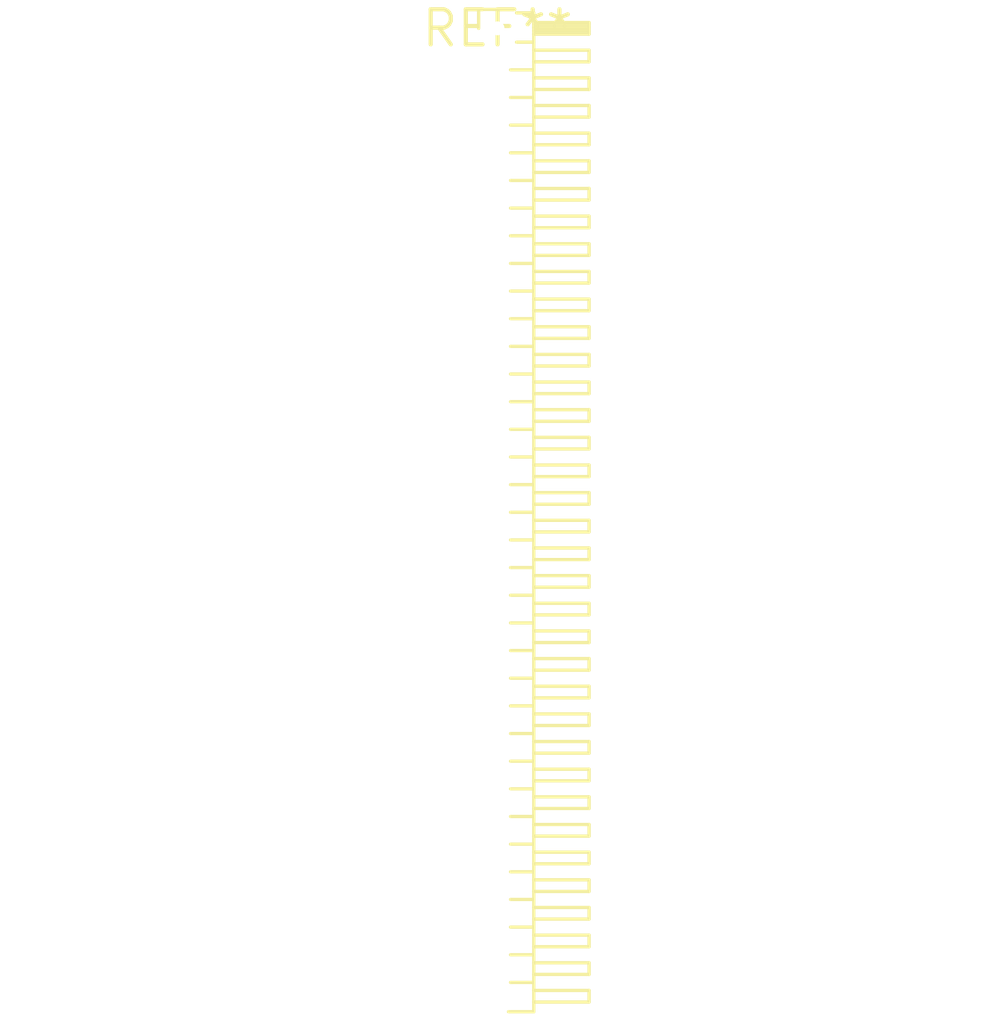
<source format=kicad_pcb>
(kicad_pcb (version 20240108) (generator pcbnew)
  (layers (0 "F.Cu" signal) (31 "B.Cu" signal) (34 "B.Paste" user) (35 "F.Paste" user) (36 "B.SilkS" user "B.Silkscreen") (37 "F.SilkS" user "F.Silkscreen") (38 "B.Mask" user) (39 "F.Mask" user) (44 "Edge.Cuts" user))
  (net 0 "")
  (footprint "PinHeader_1x36_P1.00mm_Horizontal" (layer "F.Cu") (at 0 0)
    (property "Reference" "REF**")
    (property "Value" "PinHeader_1x36_P1.00mm_Horizontal")
    (fp_line (start -0.685 -0.685) (end 0 -0.685) (layer "F.SilkS") (stroke (width 0.12)))
    (fp_line (start -0.685 0) (end -0.685 -0.685) (layer "F.SilkS") (stroke (width 0.12)))
    (fp_line (start 0.468215 1.5) (end 1.31 1.5) (layer "F.SilkS") (stroke (width 0.12)))
    (fp_line (start 0.468215 2.5) (end 1.31 2.5) (layer "F.SilkS") (stroke (width 0.12)))
    (fp_line (start 0.468215 3.5) (end 1.31 3.5) (layer "F.SilkS") (stroke (width 0.12)))
    (fp_line (start 0.468215 4.5) (end 1.31 4.5) (layer "F.SilkS") (stroke (width 0.12)))
    (fp_line (start 0.468215 5.5) (end 1.31 5.5) (layer "F.SilkS") (stroke (width 0.12)))
    (fp_line (start 0.468215 6.5) (end 1.31 6.5) (layer "F.SilkS") (stroke (width 0.12)))
    (fp_line (start 0.468215 7.5) (end 1.31 7.5) (layer "F.SilkS") (stroke (width 0.12)))
    (fp_line (start 0.468215 8.5) (end 1.31 8.5) (layer "F.SilkS") (stroke (width 0.12)))
    (fp_line (start 0.468215 9.5) (end 1.31 9.5) (layer "F.SilkS") (stroke (width 0.12)))
    (fp_line (start 0.468215 10.5) (end 1.31 10.5) (layer "F.SilkS") (stroke (width 0.12)))
    (fp_line (start 0.468215 11.5) (end 1.31 11.5) (layer "F.SilkS") (stroke (width 0.12)))
    (fp_line (start 0.468215 12.5) (end 1.31 12.5) (layer "F.SilkS") (stroke (width 0.12)))
    (fp_line (start 0.468215 13.5) (end 1.31 13.5) (layer "F.SilkS") (stroke (width 0.12)))
    (fp_line (start 0.468215 14.5) (end 1.31 14.5) (layer "F.SilkS") (stroke (width 0.12)))
    (fp_line (start 0.468215 15.5) (end 1.31 15.5) (layer "F.SilkS") (stroke (width 0.12)))
    (fp_line (start 0.468215 16.5) (end 1.31 16.5) (layer "F.SilkS") (stroke (width 0.12)))
    (fp_line (start 0.468215 17.5) (end 1.31 17.5) (layer "F.SilkS") (stroke (width 0.12)))
    (fp_line (start 0.468215 18.5) (end 1.31 18.5) (layer "F.SilkS") (stroke (width 0.12)))
    (fp_line (start 0.468215 19.5) (end 1.31 19.5) (layer "F.SilkS") (stroke (width 0.12)))
    (fp_line (start 0.468215 20.5) (end 1.31 20.5) (layer "F.SilkS") (stroke (width 0.12)))
    (fp_line (start 0.468215 21.5) (end 1.31 21.5) (layer "F.SilkS") (stroke (width 0.12)))
    (fp_line (start 0.468215 22.5) (end 1.31 22.5) (layer "F.SilkS") (stroke (width 0.12)))
    (fp_line (start 0.468215 23.5) (end 1.31 23.5) (layer "F.SilkS") (stroke (width 0.12)))
    (fp_line (start 0.468215 24.5) (end 1.31 24.5) (layer "F.SilkS") (stroke (width 0.12)))
    (fp_line (start 0.468215 25.5) (end 1.31 25.5) (layer "F.SilkS") (stroke (width 0.12)))
    (fp_line (start 0.468215 26.5) (end 1.31 26.5) (layer "F.SilkS") (stroke (width 0.12)))
    (fp_line (start 0.468215 27.5) (end 1.31 27.5) (layer "F.SilkS") (stroke (width 0.12)))
    (fp_line (start 0.468215 28.5) (end 1.31 28.5) (layer "F.SilkS") (stroke (width 0.12)))
    (fp_line (start 0.468215 29.5) (end 1.31 29.5) (layer "F.SilkS") (stroke (width 0.12)))
    (fp_line (start 0.468215 30.5) (end 1.31 30.5) (layer "F.SilkS") (stroke (width 0.12)))
    (fp_line (start 0.468215 31.5) (end 1.31 31.5) (layer "F.SilkS") (stroke (width 0.12)))
    (fp_line (start 0.468215 32.5) (end 1.31 32.5) (layer "F.SilkS") (stroke (width 0.12)))
    (fp_line (start 0.468215 33.5) (end 1.31 33.5) (layer "F.SilkS") (stroke (width 0.12)))
    (fp_line (start 0.468215 34.5) (end 1.31 34.5) (layer "F.SilkS") (stroke (width 0.12)))
    (fp_line (start 0.685 -0.56) (end 1.31 -0.56) (layer "F.SilkS") (stroke (width 0.12)))
    (fp_line (start 0.685 0.5) (end 1.31 0.5) (layer "F.SilkS") (stroke (width 0.12)))
    (fp_line (start 1.31 -0.56) (end 1.31 35.56) (layer "F.SilkS") (stroke (width 0.12)))
    (fp_line (start 1.31 -0.21) (end 3.31 -0.21) (layer "F.SilkS") (stroke (width 0.12)))
    (fp_line (start 1.31 -0.15) (end 3.31 -0.15) (layer "F.SilkS") (stroke (width 0.12)))
    (fp_line (start 1.31 -0.03) (end 3.31 -0.03) (layer "F.SilkS") (stroke (width 0.12)))
    (fp_line (start 1.31 0.09) (end 3.31 0.09) (layer "F.SilkS") (stroke (width 0.12)))
    (fp_line (start 1.31 0.79) (end 3.31 0.79) (layer "F.SilkS") (stroke (width 0.12)))
    (fp_line (start 1.31 1.79) (end 3.31 1.79) (layer "F.SilkS") (stroke (width 0.12)))
    (fp_line (start 1.31 2.79) (end 3.31 2.79) (layer "F.SilkS") (stroke (width 0.12)))
    (fp_line (start 1.31 3.79) (end 3.31 3.79) (layer "F.SilkS") (stroke (width 0.12)))
    (fp_line (start 1.31 4.79) (end 3.31 4.79) (layer "F.SilkS") (stroke (width 0.12)))
    (fp_line (start 1.31 5.79) (end 3.31 5.79) (layer "F.SilkS") (stroke (width 0.12)))
    (fp_line (start 1.31 6.79) (end 3.31 6.79) (layer "F.SilkS") (stroke (width 0.12)))
    (fp_line (start 1.31 7.79) (end 3.31 7.79) (layer "F.SilkS") (stroke (width 0.12)))
    (fp_line (start 1.31 8.79) (end 3.31 8.79) (layer "F.SilkS") (stroke (width 0.12)))
    (fp_line (start 1.31 9.79) (end 3.31 9.79) (layer "F.SilkS") (stroke (width 0.12)))
    (fp_line (start 1.31 10.79) (end 3.31 10.79) (layer "F.SilkS") (stroke (width 0.12)))
    (fp_line (start 1.31 11.79) (end 3.31 11.79) (layer "F.SilkS") (stroke (width 0.12)))
    (fp_line (start 1.31 12.79) (end 3.31 12.79) (layer "F.SilkS") (stroke (width 0.12)))
    (fp_line (start 1.31 13.79) (end 3.31 13.79) (layer "F.SilkS") (stroke (width 0.12)))
    (fp_line (start 1.31 14.79) (end 3.31 14.79) (layer "F.SilkS") (stroke (width 0.12)))
    (fp_line (start 1.31 15.79) (end 3.31 15.79) (layer "F.SilkS") (stroke (width 0.12)))
    (fp_line (start 1.31 16.79) (end 3.31 16.79) (layer "F.SilkS") (stroke (width 0.12)))
    (fp_line (start 1.31 17.79) (end 3.31 17.79) (layer "F.SilkS") (stroke (width 0.12)))
    (fp_line (start 1.31 18.79) (end 3.31 18.79) (layer "F.SilkS") (stroke (width 0.12)))
    (fp_line (start 1.31 19.79) (end 3.31 19.79) (layer "F.SilkS") (stroke (width 0.12)))
    (fp_line (start 1.31 20.79) (end 3.31 20.79) (layer "F.SilkS") (stroke (width 0.12)))
    (fp_line (start 1.31 21.79) (end 3.31 21.79) (layer "F.SilkS") (stroke (width 0.12)))
    (fp_line (start 1.31 22.79) (end 3.31 22.79) (layer "F.SilkS") (stroke (width 0.12)))
    (fp_line (start 1.31 23.79) (end 3.31 23.79) (layer "F.SilkS") (stroke (width 0.12)))
    (fp_line (start 1.31 24.79) (end 3.31 24.79) (layer "F.SilkS") (stroke (width 0.12)))
    (fp_line (start 1.31 25.79) (end 3.31 25.79) (layer "F.SilkS") (stroke (width 0.12)))
    (fp_line (start 1.31 26.79) (end 3.31 26.79) (layer "F.SilkS") (stroke (width 0.12)))
    (fp_line (start 1.31 27.79) (end 3.31 27.79) (layer "F.SilkS") (stroke (width 0.12)))
    (fp_line (start 1.31 28.79) (end 3.31 28.79) (layer "F.SilkS") (stroke (width 0.12)))
    (fp_line (start 1.31 29.79) (end 3.31 29.79) (layer "F.SilkS") (stroke (width 0.12)))
    (fp_line (start 1.31 30.79) (end 3.31 30.79) (layer "F.SilkS") (stroke (width 0.12)))
    (fp_line (start 1.31 31.79) (end 3.31 31.79) (layer "F.SilkS") (stroke (width 0.12)))
    (fp_line (start 1.31 32.79) (end 3.31 32.79) (layer "F.SilkS") (stroke (width 0.12)))
    (fp_line (start 1.31 33.79) (end 3.31 33.79) (layer "F.SilkS") (stroke (width 0.12)))
    (fp_line (start 1.31 34.79) (end 3.31 34.79) (layer "F.SilkS") (stroke (width 0.12)))
    (fp_line (start 1.31 35.56) (end 0.394493 35.56) (layer "F.SilkS") (stroke (width 0.12)))
    (fp_line (start 3.31 -0.21) (end 3.31 0.21) (layer "F.SilkS") (stroke (width 0.12)))
    (fp_line (start 3.31 0.21) (end 1.31 0.21) (layer "F.SilkS") (stroke (width 0.12)))
    (fp_line (start 3.31 0.79) (end 3.31 1.21) (layer "F.SilkS") (stroke (width 0.12)))
    (fp_line (start 3.31 1.21) (end 1.31 1.21) (layer "F.SilkS") (stroke (width 0.12)))
    (fp_line (start 3.31 1.79) (end 3.31 2.21) (layer "F.SilkS") (stroke (width 0.12)))
    (fp_line (start 3.31 2.21) (end 1.31 2.21) (layer "F.SilkS") (stroke (width 0.12)))
    (fp_line (start 3.31 2.79) (end 3.31 3.21) (layer "F.SilkS") (stroke (width 0.12)))
    (fp_line (start 3.31 3.21) (end 1.31 3.21) (layer "F.SilkS") (stroke (width 0.12)))
    (fp_line (start 3.31 3.79) (end 3.31 4.21) (layer "F.SilkS") (stroke (width 0.12)))
    (fp_line (start 3.31 4.21) (end 1.31 4.21) (layer "F.SilkS") (stroke (width 0.12)))
    (fp_line (start 3.31 4.79) (end 3.31 5.21) (layer "F.SilkS") (stroke (width 0.12)))
    (fp_line (start 3.31 5.21) (end 1.31 5.21) (layer "F.SilkS") (stroke (width 0.12)))
    (fp_line (start 3.31 5.79) (end 3.31 6.21) (layer "F.SilkS") (stroke (width 0.12)))
    (fp_line (start 3.31 6.21) (end 1.31 6.21) (layer "F.SilkS") (stroke (width 0.12)))
    (fp_line (start 3.31 6.79) (end 3.31 7.21) (layer "F.SilkS") (stroke (width 0.12)))
    (fp_line (start 3.31 7.21) (end 1.31 7.21) (layer "F.SilkS") (stroke (width 0.12)))
    (fp_line (start 3.31 7.79) (end 3.31 8.21) (layer "F.SilkS") (stroke (width 0.12)))
    (fp_line (start 3.31 8.21) (end 1.31 8.21) (layer "F.SilkS") (stroke (width 0.12)))
    (fp_line (start 3.31 8.79) (end 3.31 9.21) (layer "F.SilkS") (stroke (width 0.12)))
    (fp_line (start 3.31 9.21) (end 1.31 9.21) (layer "F.SilkS") (stroke (width 0.12)))
    (fp_line (start 3.31 9.79) (end 3.31 10.21) (layer "F.SilkS") (stroke (width 0.12)))
    (fp_line (start 3.31 10.21) (end 1.31 10.21) (layer "F.SilkS") (stroke (width 0.12)))
    (fp_line (start 3.31 10.79) (end 3.31 11.21) (layer "F.SilkS") (stroke (width 0.12)))
    (fp_line (start 3.31 11.21) (end 1.31 11.21) (layer "F.SilkS") (stroke (width 0.12)))
    (fp_line (start 3.31 11.79) (end 3.31 12.21) (layer "F.SilkS") (stroke (width 0.12)))
    (fp_line (start 3.31 12.21) (end 1.31 12.21) (layer "F.SilkS") (stroke (width 0.12)))
    (fp_line (start 3.31 12.79) (end 3.31 13.21) (layer "F.SilkS") (stroke (width 0.12)))
    (fp_line (start 3.31 13.21) (end 1.31 13.21) (layer "F.SilkS") (stroke (width 0.12)))
    (fp_line (start 3.31 13.79) (end 3.31 14.21) (layer "F.SilkS") (stroke (width 0.12)))
    (fp_line (start 3.31 14.21) (end 1.31 14.21) (layer "F.SilkS") (stroke (width 0.12)))
    (fp_line (start 3.31 14.79) (end 3.31 15.21) (layer "F.SilkS") (stroke (width 0.12)))
    (fp_line (start 3.31 15.21) (end 1.31 15.21) (layer "F.SilkS") (stroke (width 0.12)))
    (fp_line (start 3.31 15.79) (end 3.31 16.21) (layer "F.SilkS") (stroke (width 0.12)))
    (fp_line (start 3.31 16.21) (end 1.31 16.21) (layer "F.SilkS") (stroke (width 0.12)))
    (fp_line (start 3.31 16.79) (end 3.31 17.21) (layer "F.SilkS") (stroke (width 0.12)))
    (fp_line (start 3.31 17.21) (end 1.31 17.21) (layer "F.SilkS") (stroke (width 0.12)))
    (fp_line (start 3.31 17.79) (end 3.31 18.21) (layer "F.SilkS") (stroke (width 0.12)))
    (fp_line (start 3.31 18.21) (end 1.31 18.21) (layer "F.SilkS") (stroke (width 0.12)))
    (fp_line (start 3.31 18.79) (end 3.31 19.21) (layer "F.SilkS") (stroke (width 0.12)))
    (fp_line (start 3.31 19.21) (end 1.31 19.21) (layer "F.SilkS") (stroke (width 0.12)))
    (fp_line (start 3.31 19.79) (end 3.31 20.21) (layer "F.SilkS") (stroke (width 0.12)))
    (fp_line (start 3.31 20.21) (end 1.31 20.21) (layer "F.SilkS") (stroke (width 0.12)))
    (fp_line (start 3.31 20.79) (end 3.31 21.21) (layer "F.SilkS") (stroke (width 0.12)))
    (fp_line (start 3.31 21.21) (end 1.31 21.21) (layer "F.SilkS") (stroke (width 0.12)))
    (fp_line (start 3.31 21.79) (end 3.31 22.21) (layer "F.SilkS") (stroke (width 0.12)))
    (fp_line (start 3.31 22.21) (end 1.31 22.21) (layer "F.SilkS") (stroke (width 0.12)))
    (fp_line (start 3.31 22.79) (end 3.31 23.21) (layer "F.SilkS") (stroke (width 0.12)))
    (fp_line (start 3.31 23.21) (end 1.31 23.21) (layer "F.SilkS") (stroke (width 0.12)))
    (fp_line (start 3.31 23.79) (end 3.31 24.21) (layer "F.SilkS") (stroke (width 0.12)))
    (fp_line (start 3.31 24.21) (end 1.31 24.21) (layer "F.SilkS") (stroke (width 0.12)))
    (fp_line (start 3.31 24.79) (end 3.31 25.21) (layer "F.SilkS") (stroke (width 0.12)))
    (fp_line (start 3.31 25.21) (end 1.31 25.21) (layer "F.SilkS") (stroke (width 0.12)))
    (fp_line (start 3.31 25.79) (end 3.31 26.21) (layer "F.SilkS") (stroke (width 0.12)))
    (fp_line (start 3.31 26.21) (end 1.31 26.21) (layer "F.SilkS") (stroke (width 0.12)))
    (fp_line (start 3.31 26.79) (end 3.31 27.21) (layer "F.SilkS") (stroke (width 0.12)))
    (fp_line (start 3.31 27.21) (end 1.31 27.21) (layer "F.SilkS") (stroke (width 0.12)))
    (fp_line (start 3.31 27.79) (end 3.31 28.21) (layer "F.SilkS") (stroke (width 0.12)))
    (fp_line (start 3.31 28.21) (end 1.31 28.21) (layer "F.SilkS") (stroke (width 0.12)))
    (fp_line (start 3.31 28.79) (end 3.31 29.21) (layer "F.SilkS") (stroke (width 0.12)))
    (fp_line (start 3.31 29.21) (end 1.31 29.21) (layer "F.SilkS") (stroke (width 0.12)))
    (fp_line (start 3.31 29.79) (end 3.31 30.21) (layer "F.SilkS") (stroke (width 0.12)))
    (fp_line (start 3.31 30.21) (end 1.31 30.21) (layer "F.SilkS") (stroke (width 0.12)))
    (fp_line (start 3.31 30.79) (end 3.31 31.21) (layer "F.SilkS") (stroke (width 0.12)))
    (fp_line (start 3.31 31.21) (end 1.31 31.21) (layer "F.SilkS") (stroke (width 0.12)))
    (fp_line (start 3.31 31.79) (end 3.31 32.21) (layer "F.SilkS") (stroke (width 0.12)))
    (fp_line (start 3.31 32.21) (end 1.31 32.21) (layer "F.SilkS") (stroke (width 0.12)))
    (fp_line (start 3.31 32.79) (end 3.31 33.21) (layer "F.SilkS") (stroke (width 0.12)))
    (fp_line (start 3.31 33.21) (end 1.31 33.21) (layer "F.SilkS") (stroke (width 0.12)))
    (fp_line (start 3.31 33.79) (end 3.31 34.21) (layer "F.SilkS") (stroke (width 0.12)))
    (fp_line (start 3.31 34.21) (end 1.31 34.21) (layer "F.SilkS") (stroke (width 0.12)))
    (fp_line (start 3.31 34.79) (end 3.31 35.21) (layer "F.SilkS") (stroke (width 0.12)))
    (fp_line (start 3.31 35.21) (end 1.31 35.21) (layer "F.SilkS") (stroke (width 0.12)))
    (pad "1" thru_hole rect (at 0 0) (size 0.85 0.85) (drill 0.5) (layers *.Cu *.Mask) (remove_unused_layers))
    (pad "2" thru_hole oval (at 0 1) (size 0.85 0.85) (drill 0.5) (layers *.Cu *.Mask) (remove_unused_layers))
    (pad "3" thru_hole oval (at 0 2) (size 0.85 0.85) (drill 0.5) (layers *.Cu *.Mask) (remove_unused_layers))
    (pad "4" thru_hole oval (at 0 3) (size 0.85 0.85) (drill 0.5) (layers *.Cu *.Mask) (remove_unused_layers))
    (pad "5" thru_hole oval (at 0 4) (size 0.85 0.85) (drill 0.5) (layers *.Cu *.Mask) (remove_unused_layers))
    (pad "6" thru_hole oval (at 0 5) (size 0.85 0.85) (drill 0.5) (layers *.Cu *.Mask) (remove_unused_layers))
    (pad "7" thru_hole oval (at 0 6) (size 0.85 0.85) (drill 0.5) (layers *.Cu *.Mask) (remove_unused_layers))
    (pad "8" thru_hole oval (at 0 7) (size 0.85 0.85) (drill 0.5) (layers *.Cu *.Mask) (remove_unused_layers))
    (pad "9" thru_hole oval (at 0 8) (size 0.85 0.85) (drill 0.5) (layers *.Cu *.Mask) (remove_unused_layers))
    (pad "10" thru_hole oval (at 0 9) (size 0.85 0.85) (drill 0.5) (layers *.Cu *.Mask) (remove_unused_layers))
    (pad "11" thru_hole oval (at 0 10) (size 0.85 0.85) (drill 0.5) (layers *.Cu *.Mask) (remove_unused_layers))
    (pad "12" thru_hole oval (at 0 11) (size 0.85 0.85) (drill 0.5) (layers *.Cu *.Mask) (remove_unused_layers))
    (pad "13" thru_hole oval (at 0 12) (size 0.85 0.85) (drill 0.5) (layers *.Cu *.Mask) (remove_unused_layers))
    (pad "14" thru_hole oval (at 0 13) (size 0.85 0.85) (drill 0.5) (layers *.Cu *.Mask) (remove_unused_layers))
    (pad "15" thru_hole oval (at 0 14) (size 0.85 0.85) (drill 0.5) (layers *.Cu *.Mask) (remove_unused_layers))
    (pad "16" thru_hole oval (at 0 15) (size 0.85 0.85) (drill 0.5) (layers *.Cu *.Mask) (remove_unused_layers))
    (pad "17" thru_hole oval (at 0 16) (size 0.85 0.85) (drill 0.5) (layers *.Cu *.Mask) (remove_unused_layers))
    (pad "18" thru_hole oval (at 0 17) (size 0.85 0.85) (drill 0.5) (layers *.Cu *.Mask) (remove_unused_layers))
    (pad "19" thru_hole oval (at 0 18) (size 0.85 0.85) (drill 0.5) (layers *.Cu *.Mask) (remove_unused_layers))
    (pad "20" thru_hole oval (at 0 19) (size 0.85 0.85) (drill 0.5) (layers *.Cu *.Mask) (remove_unused_layers))
    (pad "21" thru_hole oval (at 0 20) (size 0.85 0.85) (drill 0.5) (layers *.Cu *.Mask) (remove_unused_layers))
    (pad "22" thru_hole oval (at 0 21) (size 0.85 0.85) (drill 0.5) (layers *.Cu *.Mask) (remove_unused_layers))
    (pad "23" thru_hole oval (at 0 22) (size 0.85 0.85) (drill 0.5) (layers *.Cu *.Mask) (remove_unused_layers))
    (pad "24" thru_hole oval (at 0 23) (size 0.85 0.85) (drill 0.5) (layers *.Cu *.Mask) (remove_unused_layers))
    (pad "25" thru_hole oval (at 0 24) (size 0.85 0.85) (drill 0.5) (layers *.Cu *.Mask) (remove_unused_layers))
    (pad "26" thru_hole oval (at 0 25) (size 0.85 0.85) (drill 0.5) (layers *.Cu *.Mask) (remove_unused_layers))
    (pad "27" thru_hole oval (at 0 26) (size 0.85 0.85) (drill 0.5) (layers *.Cu *.Mask) (remove_unused_layers))
    (pad "28" thru_hole oval (at 0 27) (size 0.85 0.85) (drill 0.5) (layers *.Cu *.Mask) (remove_unused_layers))
    (pad "29" thru_hole oval (at 0 28) (size 0.85 0.85) (drill 0.5) (layers *.Cu *.Mask) (remove_unused_layers))
    (pad "30" thru_hole oval (at 0 29) (size 0.85 0.85) (drill 0.5) (layers *.Cu *.Mask) (remove_unused_layers))
    (pad "31" thru_hole oval (at 0 30) (size 0.85 0.85) (drill 0.5) (layers *.Cu *.Mask) (remove_unused_layers))
    (pad "32" thru_hole oval (at 0 31) (size 0.85 0.85) (drill 0.5) (layers *.Cu *.Mask) (remove_unused_layers))
    (pad "33" thru_hole oval (at 0 32) (size 0.85 0.85) (drill 0.5) (layers *.Cu *.Mask) (remove_unused_layers))
    (pad "34" thru_hole oval (at 0 33) (size 0.85 0.85) (drill 0.5) (layers *.Cu *.Mask) (remove_unused_layers))
    (pad "35" thru_hole oval (at 0 34) (size 0.85 0.85) (drill 0.5) (layers *.Cu *.Mask) (remove_unused_layers))
    (pad "36" thru_hole oval (at 0 35) (size 0.85 0.85) (drill 0.5) (layers *.Cu *.Mask) (remove_unused_layers))
  )
)
</source>
